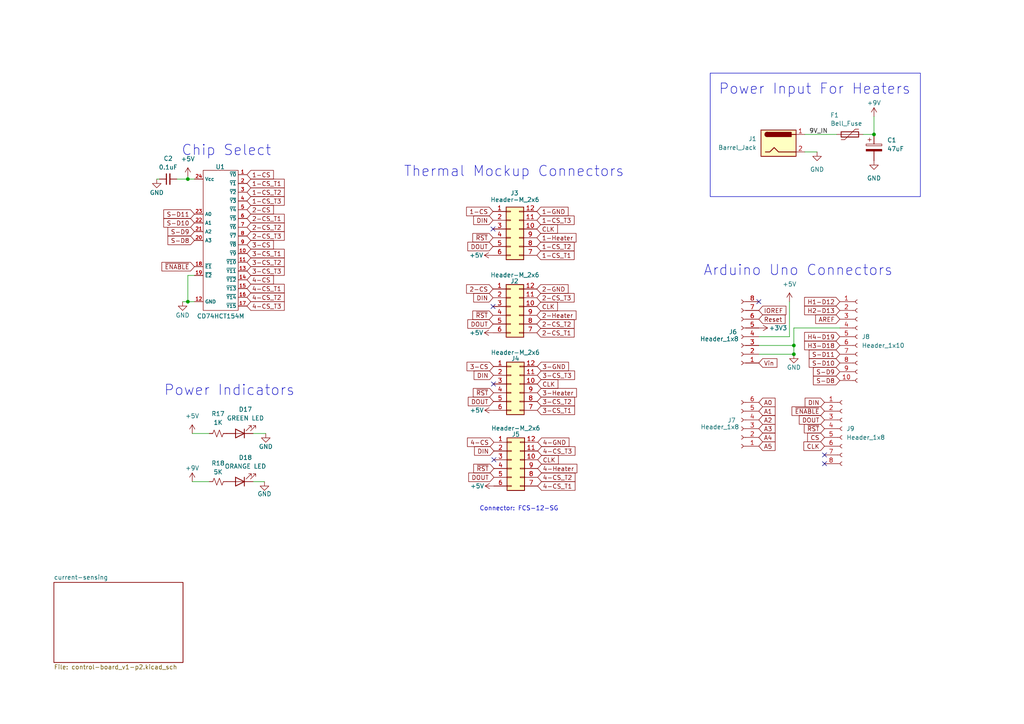
<source format=kicad_sch>
(kicad_sch (version 20230121) (generator eeschema)
  (paper "A4")
  (lib_symbols
    (symbol "Connector:Barrel_Jack" (pin_names (offset 1.016))
      (property "Reference" "J" (at 0 5.334 0))
      (property "Value" "Barrel_Jack" (at 0 -5.08 0))
      (symbol "Barrel_Jack_0_1"
        (rectangle (start -5.08 3.81) (end 5.08 -3.81) (stroke (width 0.254)) (fill (type background)))
        (arc (start -3.302 3.175) (mid -3.9343 2.54) (end -3.302 1.905) (stroke (width 0.254)))
        (arc (start -3.302 3.175) (mid -3.9343 2.54) (end -3.302 1.905) (stroke (width 0.254)) (fill (type outline)))
        (polyline (pts (xy 5.08 2.54) (xy 3.81 2.54)) (stroke (width 0.254)))
        (polyline (pts (xy -3.81 -2.54) (xy -2.54 -2.54) (xy -1.27 -1.27) (xy 0 -2.54) (xy 2.54 -2.54) (xy 5.08 -2.54)) (stroke (width 0.254)))
        (rectangle (start 3.683 3.175) (end -3.302 1.905) (stroke (width 0.254)) (fill (type outline)))
      )
      (symbol "Barrel_Jack_1_1"
        (pin passive line (at 7.62 2.54 180) (length 2.54) (name "~") (number "1"))
        (pin passive line (at 7.62 -2.54 180) (length 2.54) (name "~") (number "2"))
      )
    )
    (symbol "Connector:Conn_01x06_Socket" (pin_names (offset 1.016) hide)
      (property "Reference" "J" (at 0 7.62 0))
      (property "Value" "Conn_01x06_Socket" (at 0 -10.16 0))
      (symbol "Conn_01x06_Socket_1_1"
        (arc (start 0 -7.112) (mid -0.5058 -7.62) (end 0 -8.128) (stroke (width 0.1524)))
        (arc (start 0 -4.572) (mid -0.5058 -5.08) (end 0 -5.588) (stroke (width 0.1524)))
        (arc (start 0 -2.032) (mid -0.5058 -2.54) (end 0 -3.048) (stroke (width 0.1524)))
        (polyline (pts (xy -1.27 -7.62) (xy -0.508 -7.62)) (stroke (width 0.1524)))
        (polyline (pts (xy -1.27 -5.08) (xy -0.508 -5.08)) (stroke (width 0.1524)))
        (polyline (pts (xy -1.27 -2.54) (xy -0.508 -2.54)) (stroke (width 0.1524)))
        (polyline (pts (xy -1.27 0) (xy -0.508 0)) (stroke (width 0.1524)))
        (polyline (pts (xy -1.27 2.54) (xy -0.508 2.54)) (stroke (width 0.1524)))
        (polyline (pts (xy -1.27 5.08) (xy -0.508 5.08)) (stroke (width 0.1524)))
        (arc (start 0 0.508) (mid -0.5058 0) (end 0 -0.508) (stroke (width 0.1524)))
        (arc (start 0 3.048) (mid -0.5058 2.54) (end 0 2.032) (stroke (width 0.1524)))
        (arc (start 0 5.588) (mid -0.5058 5.08) (end 0 4.572) (stroke (width 0.1524)))
        (pin passive line (at -5.08 5.08 0) (length 3.81) (name "Pin_1") (number "1"))
        (pin passive line (at -5.08 2.54 0) (length 3.81) (name "Pin_2") (number "2"))
        (pin passive line (at -5.08 0 0) (length 3.81) (name "Pin_3") (number "3"))
        (pin passive line (at -5.08 -2.54 0) (length 3.81) (name "Pin_4") (number "4"))
        (pin passive line (at -5.08 -5.08 0) (length 3.81) (name "Pin_5") (number "5"))
        (pin passive line (at -5.08 -7.62 0) (length 3.81) (name "Pin_6") (number "6"))
      )
    )
    (symbol "Connector:Conn_01x08_Socket" (pin_names (offset 1.016) hide)
      (property "Reference" "J" (at 0 10.16 0))
      (property "Value" "Conn_01x08_Socket" (at 0 -12.7 0))
      (symbol "Conn_01x08_Socket_1_1"
        (arc (start 0 -9.652) (mid -0.5058 -10.16) (end 0 -10.668) (stroke (width 0.1524)))
        (arc (start 0 -7.112) (mid -0.5058 -7.62) (end 0 -8.128) (stroke (width 0.1524)))
        (arc (start 0 -4.572) (mid -0.5058 -5.08) (end 0 -5.588) (stroke (width 0.1524)))
        (arc (start 0 -2.032) (mid -0.5058 -2.54) (end 0 -3.048) (stroke (width 0.1524)))
        (polyline (pts (xy -1.27 -10.16) (xy -0.508 -10.16)) (stroke (width 0.1524)))
        (polyline (pts (xy -1.27 -7.62) (xy -0.508 -7.62)) (stroke (width 0.1524)))
        (polyline (pts (xy -1.27 -5.08) (xy -0.508 -5.08)) (stroke (width 0.1524)))
        (polyline (pts (xy -1.27 -2.54) (xy -0.508 -2.54)) (stroke (width 0.1524)))
        (polyline (pts (xy -1.27 0) (xy -0.508 0)) (stroke (width 0.1524)))
        (polyline (pts (xy -1.27 2.54) (xy -0.508 2.54)) (stroke (width 0.1524)))
        (polyline (pts (xy -1.27 5.08) (xy -0.508 5.08)) (stroke (width 0.1524)))
        (polyline (pts (xy -1.27 7.62) (xy -0.508 7.62)) (stroke (width 0.1524)))
        (arc (start 0 0.508) (mid -0.5058 0) (end 0 -0.508) (stroke (width 0.1524)))
        (arc (start 0 3.048) (mid -0.5058 2.54) (end 0 2.032) (stroke (width 0.1524)))
        (arc (start 0 5.588) (mid -0.5058 5.08) (end 0 4.572) (stroke (width 0.1524)))
        (arc (start 0 8.128) (mid -0.5058 7.62) (end 0 7.112) (stroke (width 0.1524)))
        (pin passive line (at -5.08 7.62 0) (length 3.81) (name "Pin_1") (number "1"))
        (pin passive line (at -5.08 5.08 0) (length 3.81) (name "Pin_2") (number "2"))
        (pin passive line (at -5.08 2.54 0) (length 3.81) (name "Pin_3") (number "3"))
        (pin passive line (at -5.08 0 0) (length 3.81) (name "Pin_4") (number "4"))
        (pin passive line (at -5.08 -2.54 0) (length 3.81) (name "Pin_5") (number "5"))
        (pin passive line (at -5.08 -5.08 0) (length 3.81) (name "Pin_6") (number "6"))
        (pin passive line (at -5.08 -7.62 0) (length 3.81) (name "Pin_7") (number "7"))
        (pin passive line (at -5.08 -10.16 0) (length 3.81) (name "Pin_8") (number "8"))
      )
    )
    (symbol "Connector:Conn_01x10_Socket" (pin_names (offset 1.016) hide)
      (property "Reference" "J" (at 0 12.7 0))
      (property "Value" "Conn_01x10_Socket" (at 0 -15.24 0))
      (symbol "Conn_01x10_Socket_1_1"
        (arc (start 0 -12.192) (mid -0.5058 -12.7) (end 0 -13.208) (stroke (width 0.1524)))
        (arc (start 0 -9.652) (mid -0.5058 -10.16) (end 0 -10.668) (stroke (width 0.1524)))
        (arc (start 0 -7.112) (mid -0.5058 -7.62) (end 0 -8.128) (stroke (width 0.1524)))
        (arc (start 0 -4.572) (mid -0.5058 -5.08) (end 0 -5.588) (stroke (width 0.1524)))
        (arc (start 0 -2.032) (mid -0.5058 -2.54) (end 0 -3.048) (stroke (width 0.1524)))
        (polyline (pts (xy -1.27 -12.7) (xy -0.508 -12.7)) (stroke (width 0.1524)))
        (polyline (pts (xy -1.27 -10.16) (xy -0.508 -10.16)) (stroke (width 0.1524)))
        (polyline (pts (xy -1.27 -7.62) (xy -0.508 -7.62)) (stroke (width 0.1524)))
        (polyline (pts (xy -1.27 -5.08) (xy -0.508 -5.08)) (stroke (width 0.1524)))
        (polyline (pts (xy -1.27 -2.54) (xy -0.508 -2.54)) (stroke (width 0.1524)))
        (polyline (pts (xy -1.27 0) (xy -0.508 0)) (stroke (width 0.1524)))
        (polyline (pts (xy -1.27 2.54) (xy -0.508 2.54)) (stroke (width 0.1524)))
        (polyline (pts (xy -1.27 5.08) (xy -0.508 5.08)) (stroke (width 0.1524)))
        (polyline (pts (xy -1.27 7.62) (xy -0.508 7.62)) (stroke (width 0.1524)))
        (polyline (pts (xy -1.27 10.16) (xy -0.508 10.16)) (stroke (width 0.1524)))
        (arc (start 0 0.508) (mid -0.5058 0) (end 0 -0.508) (stroke (width 0.1524)))
        (arc (start 0 3.048) (mid -0.5058 2.54) (end 0 2.032) (stroke (width 0.1524)))
        (arc (start 0 5.588) (mid -0.5058 5.08) (end 0 4.572) (stroke (width 0.1524)))
        (arc (start 0 8.128) (mid -0.5058 7.62) (end 0 7.112) (stroke (width 0.1524)))
        (arc (start 0 10.668) (mid -0.5058 10.16) (end 0 9.652) (stroke (width 0.1524)))
        (pin passive line (at -5.08 10.16 0) (length 3.81) (name "Pin_1") (number "1"))
        (pin passive line (at -5.08 -12.7 0) (length 3.81) (name "Pin_10") (number "10"))
        (pin passive line (at -5.08 7.62 0) (length 3.81) (name "Pin_2") (number "2"))
        (pin passive line (at -5.08 5.08 0) (length 3.81) (name "Pin_3") (number "3"))
        (pin passive line (at -5.08 2.54 0) (length 3.81) (name "Pin_4") (number "4"))
        (pin passive line (at -5.08 0 0) (length 3.81) (name "Pin_5") (number "5"))
        (pin passive line (at -5.08 -2.54 0) (length 3.81) (name "Pin_6") (number "6"))
        (pin passive line (at -5.08 -5.08 0) (length 3.81) (name "Pin_7") (number "7"))
        (pin passive line (at -5.08 -7.62 0) (length 3.81) (name "Pin_8") (number "8"))
        (pin passive line (at -5.08 -10.16 0) (length 3.81) (name "Pin_9") (number "9"))
      )
    )
    (symbol "Connector_Generic:Conn_02x06_Counter_Clockwise" (pin_names (offset 1.016) hide)
      (property "Reference" "J" (at 1.27 7.62 0))
      (property "Value" "Conn_02x06_Counter_Clockwise" (at 1.27 -10.16 0))
      (symbol "Conn_02x06_Counter_Clockwise_1_1"
        (rectangle (start -1.27 -7.493) (end 0 -7.747) (stroke (width 0.1524)))
        (rectangle (start -1.27 -4.953) (end 0 -5.207) (stroke (width 0.1524)))
        (rectangle (start -1.27 -2.413) (end 0 -2.667) (stroke (width 0.1524)))
        (rectangle (start -1.27 0.127) (end 0 -0.127) (stroke (width 0.1524)))
        (rectangle (start -1.27 2.667) (end 0 2.413) (stroke (width 0.1524)))
        (rectangle (start -1.27 5.207) (end 0 4.953) (stroke (width 0.1524)))
        (rectangle (start -1.27 6.35) (end 3.81 -8.89) (stroke (width 0.254)) (fill (type background)))
        (rectangle (start 3.81 -7.493) (end 2.54 -7.747) (stroke (width 0.1524)))
        (rectangle (start 3.81 -4.953) (end 2.54 -5.207) (stroke (width 0.1524)))
        (rectangle (start 3.81 -2.413) (end 2.54 -2.667) (stroke (width 0.1524)))
        (rectangle (start 3.81 0.127) (end 2.54 -0.127) (stroke (width 0.1524)))
        (rectangle (start 3.81 2.667) (end 2.54 2.413) (stroke (width 0.1524)))
        (rectangle (start 3.81 5.207) (end 2.54 4.953) (stroke (width 0.1524)))
        (pin passive line (at -5.08 5.08 0) (length 3.81) (name "Pin_1") (number "1"))
        (pin passive line (at 7.62 0 180) (length 3.81) (name "Pin_10") (number "10"))
        (pin passive line (at 7.62 2.54 180) (length 3.81) (name "Pin_11") (number "11"))
        (pin passive line (at 7.62 5.08 180) (length 3.81) (name "Pin_12") (number "12"))
        (pin passive line (at -5.08 2.54 0) (length 3.81) (name "Pin_2") (number "2"))
        (pin passive line (at -5.08 0 0) (length 3.81) (name "Pin_3") (number "3"))
        (pin passive line (at -5.08 -2.54 0) (length 3.81) (name "Pin_4") (number "4"))
        (pin passive line (at -5.08 -5.08 0) (length 3.81) (name "Pin_5") (number "5"))
        (pin passive line (at -5.08 -7.62 0) (length 3.81) (name "Pin_6") (number "6"))
        (pin passive line (at 7.62 -7.62 180) (length 3.81) (name "Pin_7") (number "7"))
        (pin passive line (at 7.62 -5.08 180) (length 3.81) (name "Pin_8") (number "8"))
        (pin passive line (at 7.62 -2.54 180) (length 3.81) (name "Pin_9") (number "9"))
      )
    )
    (symbol "Device:CD74HCT154M"
      (property "Reference" "U" (at 0 21.59 0))
      (symbol "CD74HCT154M_0_1"
        (rectangle (start -5.08 20.32) (end 5.08 -20.32))
      )
      (symbol "CD74HCT154M_1_1"
        (pin input line (at 7.62 19.05 180) (length 2.54) (name "~{Y0}") (number "1"))
        (pin input line (at 7.62 -3.81 180) (length 2.54) (name "~{Y9}") (number "10"))
        (pin input line (at 7.62 -6.35 180) (length 2.54) (name "~{Y10}") (number "11"))
        (pin input line (at -7.62 -17.78 0) (length 2.54) (name "GND") (number "12"))
        (pin input line (at 7.62 -8.89 180) (length 2.54) (name "~{Y11}") (number "13"))
        (pin input line (at 7.62 -11.43 180) (length 2.54) (name "~{Y12}") (number "14"))
        (pin input line (at 7.62 -13.97 180) (length 2.54) (name "~{Y13}") (number "15"))
        (pin input line (at 7.62 -16.51 180) (length 2.54) (name "~{Y14}") (number "16"))
        (pin input line (at 7.62 -19.05 180) (length 2.54) (name "~{Y15}") (number "17"))
        (pin input line (at -7.62 -7.62 0) (length 2.54) (name "~{E1}") (number "18"))
        (pin input line (at -7.62 -10.16 0) (length 2.54) (name "~{E2}") (number "19"))
        (pin input line (at 7.62 16.51 180) (length 2.54) (name "~{Y1}") (number "2"))
        (pin input line (at -7.62 0 0) (length 2.54) (name "A3") (number "20"))
        (pin input line (at -7.62 2.54 0) (length 2.54) (name "A2") (number "21"))
        (pin input line (at -7.62 5.08 0) (length 2.54) (name "A1") (number "22"))
        (pin input line (at -7.62 7.62 0) (length 2.54) (name "A0") (number "23"))
        (pin input line (at -7.62 17.78 0) (length 2.54) (name "Vcc") (number "24"))
        (pin input line (at 7.62 13.97 180) (length 2.54) (name "~{Y2}") (number "3"))
        (pin input line (at 7.62 11.43 180) (length 2.54) (name "~{Y3}") (number "4"))
        (pin input line (at 7.62 8.89 180) (length 2.54) (name "~{Y4}") (number "5"))
        (pin input line (at 7.62 6.35 180) (length 2.54) (name "~{Y5}") (number "6"))
        (pin input line (at 7.62 3.81 180) (length 2.54) (name "~{Y6}") (number "7"))
        (pin input line (at 7.62 1.27 180) (length 2.54) (name "~{Y7}") (number "8"))
        (pin input line (at 7.62 -1.27 180) (length 2.54) (name "~{Y8}") (number "9"))
      )
    )
    (symbol "Device:C_Polarized" (pin_numbers hide) (pin_names (offset 0.254))
      (property "Reference" "C" (at 0.635 2.54 0))
      (property "Value" "C_Polarized" (at 0.635 -2.54 0))
      (symbol "C_Polarized_0_1"
        (rectangle (start -2.286 0.508) (end 2.286 1.016))
        (polyline (pts (xy -1.778 2.286) (xy -0.762 2.286)))
        (polyline (pts (xy -1.27 2.794) (xy -1.27 1.778)))
        (rectangle (start 2.286 -0.508) (end -2.286 -1.016) (fill (type outline)))
      )
      (symbol "C_Polarized_1_1"
        (pin passive line (at 0 3.81 270) (length 2.794) (name "~") (number "1"))
        (pin passive line (at 0 -3.81 90) (length 2.794) (name "~") (number "2"))
      )
    )
    (symbol "Device:C_Small" (pin_numbers hide) (pin_names (offset 0.254) hide)
      (property "Reference" "C" (at 0.254 1.778 0))
      (property "Value" "C_Small" (at 0.254 -2.032 0))
      (symbol "C_Small_0_1"
        (polyline (pts (xy -1.524 -0.508) (xy 1.524 -0.508)) (stroke (width 0.3302)))
        (polyline (pts (xy -1.524 0.508) (xy 1.524 0.508)) (stroke (width 0.3048)))
      )
      (symbol "C_Small_1_1"
        (pin passive line (at 0 2.54 270) (length 2.032) (name "~") (number "1"))
        (pin passive line (at 0 -2.54 90) (length 2.032) (name "~") (number "2"))
      )
    )
    (symbol "Device:LED" (pin_numbers hide) (pin_names (offset 1.016) hide)
      (property "Reference" "D" (at 0 2.54 0))
      (property "Value" "LED" (at 0 -2.54 0))
      (symbol "LED_0_1"
        (polyline (pts (xy -1.27 -1.27) (xy -1.27 1.27)) (stroke (width 0.254)))
        (polyline (pts (xy -1.27 0) (xy 1.27 0)))
        (polyline (pts (xy 1.27 -1.27) (xy 1.27 1.27) (xy -1.27 0) (xy 1.27 -1.27)) (stroke (width 0.254)))
        (polyline (pts (xy -3.048 -0.762) (xy -4.572 -2.286) (xy -3.81 -2.286) (xy -4.572 -2.286) (xy -4.572 -1.524)))
        (polyline (pts (xy -1.778 -0.762) (xy -3.302 -2.286) (xy -2.54 -2.286) (xy -3.302 -2.286) (xy -3.302 -1.524)))
      )
      (symbol "LED_1_1"
        (pin passive line (at -3.81 0 0) (length 2.54) (name "K") (number "1"))
        (pin passive line (at 3.81 0 180) (length 2.54) (name "A") (number "2"))
      )
    )
    (symbol "Device:Polyfuse" (pin_numbers hide) (pin_names (offset 0))
      (property "Reference" "F" (at -2.54 0 90))
      (property "Value" "Polyfuse" (at 2.54 0 90))
      (symbol "Polyfuse_0_1"
        (rectangle (start -0.762 2.54) (end 0.762 -2.54) (stroke (width 0.254)))
        (polyline (pts (xy 0 2.54) (xy 0 -2.54)))
        (polyline (pts (xy -1.524 2.54) (xy -1.524 1.524) (xy 1.524 -1.524) (xy 1.524 -2.54)))
      )
      (symbol "Polyfuse_1_1"
        (pin passive line (at 0 3.81 270) (length 1.27) (name "~") (number "1"))
        (pin passive line (at 0 -3.81 90) (length 1.27) (name "~") (number "2"))
      )
    )
    (symbol "Device:R_Small_US" (pin_numbers hide) (pin_names (offset 0.254) hide)
      (property "Reference" "R" (at 0.762 0.508 0))
      (property "Value" "R_Small_US" (at 0.762 -1.016 0))
      (symbol "R_Small_US_1_1"
        (polyline (pts (xy 0 0) (xy 1.016 -0.381) (xy 0 -0.762) (xy -1.016 -1.143) (xy 0 -1.524)))
        (polyline (pts (xy 0 1.524) (xy 1.016 1.143) (xy 0 0.762) (xy -1.016 0.381) (xy 0 0)))
        (pin passive line (at 0 2.54 270) (length 1.016) (name "~") (number "1"))
        (pin passive line (at 0 -2.54 90) (length 1.016) (name "~") (number "2"))
      )
    )
    (symbol "power:+3V3" (power) (pin_names (offset 0))
      (property "Value" "+3V3" (at 0 3.556 0))
      (symbol "+3V3_0_1"
        (polyline (pts (xy -0.762 1.27) (xy 0 2.54)))
        (polyline (pts (xy 0 0) (xy 0 2.54)))
        (polyline (pts (xy 0 2.54) (xy 0.762 1.27)))
      )
      (symbol "+3V3_1_1"
        (pin power_in line (at 0 0 90) (length 0) hide (name "+3V3") (number "1"))
      )
    )
    (symbol "power:+5V" (power) (pin_names (offset 0))
      (property "Value" "+5V" (at 0 3.556 0))
      (symbol "+5V_0_1"
        (polyline (pts (xy -0.762 1.27) (xy 0 2.54)))
        (polyline (pts (xy 0 0) (xy 0 2.54)))
        (polyline (pts (xy 0 2.54) (xy 0.762 1.27)))
      )
      (symbol "+5V_1_1"
        (pin power_in line (at 0 0 90) (length 0) hide (name "+5V") (number "1"))
      )
    )
    (symbol "power:+9V" (power) (pin_names (offset 0))
      (property "Value" "+9V" (at 0 3.556 0))
      (symbol "+9V_0_1"
        (polyline (pts (xy -0.762 1.27) (xy 0 2.54)))
        (polyline (pts (xy 0 0) (xy 0 2.54)))
        (polyline (pts (xy 0 2.54) (xy 0.762 1.27)))
      )
      (symbol "+9V_1_1"
        (pin power_in line (at 0 0 90) (length 0) hide (name "+9V") (number "1"))
      )
    )
    (symbol "power:GND" (power) (pin_names (offset 0))
      (property "Value" "GND" (at 0 -3.81 0))
      (symbol "GND_0_1"
        (polyline (pts (xy 0 0) (xy 0 -1.27) (xy 1.27 -1.27) (xy 0 -2.54) (xy -1.27 -1.27) (xy 0 -1.27)))
      )
      (symbol "GND_1_1"
        (pin power_in line (at 0 0 270) (length 0) hide (name "GND") (number "1"))
      )
    )
  )
  (junction (at 253.492 38.989))
  (junction (at 230.251 100.203))
  (junction (at 54.483 87.503))
  (junction (at 230.251 102.743))
  (junction (at 54.483 51.943))
  (no_connect (at 220.091 87.503))
  (no_connect (at 143.002 66.421))
  (no_connect (at 143.129 111.379))
  (no_connect (at 239.141 134.493))
  (no_connect (at 143.256 133.35))
  (no_connect (at 143.002 88.9))
  (no_connect (at 239.141 131.953))
  (wire (pts (xy 46.228 51.943) (xy 45.466 51.943)))
  (wire (pts (xy 76.708 139.7) (xy 73.406 139.7)))
  (wire (pts (xy 54.483 79.883) (xy 56.388 79.883)))
  (wire (pts (xy 233.426 44.069) (xy 236.982 44.069)))
  (wire (pts (xy 220.091 97.663) (xy 228.981 97.663)))
  (wire (pts (xy 55.753 125.73) (xy 60.706 125.73)))
  (wire (pts (xy 228.981 87.503) (xy 228.981 97.663)))
  (wire (pts (xy 77.089 125.73) (xy 73.406 125.73)))
  (wire (pts (xy 220.091 100.203) (xy 230.251 100.203)))
  (wire (pts (xy 54.483 51.943) (xy 56.388 51.943)))
  (wire (pts (xy 52.959 87.503) (xy 54.483 87.503)))
  (wire (pts (xy 220.091 102.743) (xy 230.251 102.743)))
  (wire (pts (xy 233.426 38.989) (xy 242.697 38.989)))
  (wire (pts (xy 54.483 79.883) (xy 54.483 87.503)))
  (wire (pts (xy 230.251 102.743) (xy 230.251 100.203)))
  (wire (pts (xy 51.308 51.943) (xy 54.483 51.943)))
  (wire (pts (xy 54.483 87.503) (xy 56.388 87.503)))
  (wire (pts (xy 54.483 51.181) (xy 54.483 51.943)))
  (wire (pts (xy 250.317 38.989) (xy 253.492 38.989)))
  (wire (pts (xy 230.251 100.203) (xy 230.251 95.123)))
  (wire (pts (xy 230.251 95.123) (xy 243.586 95.123)))
  (wire (pts (xy 253.492 33.782) (xy 253.492 38.989)))
  (wire (pts (xy 55.753 139.7) (xy 60.706 139.7)))
  (rectangle (start 205.994 21.209) (end 266.954 57.023))
  (text "Power Input For Heaters" (at 208.407 27.686 0) (effects (font (size 3 3)) (justify left bottom)))
  (text "Power Indicators" (at 47.498 115.062 0) (effects (font (size 3 3)) (justify left bottom)))
  (text "Thermal Mockup Connectors" (at 181.102 51.562 0) (effects (font (size 3 3)) (justify right bottom)))
  (text "Chip Select" (at 52.578 45.466 0) (effects (font (size 3 3)) (justify left bottom)))
  (text "Arduino Uno Connectors" (at 203.962 80.264 0) (effects (font (size 3 3)) (justify left bottom)))
  (text "Connector: FCS-12-SG" (at 139.065 148.336 0) (effects (font (size 1.27 1.27)) (justify left bottom)))
  (label "9V_IN" (at 234.696 38.989 0))
  (global_label "DIN" (shape input) (at 143.002 86.36 180) (property "Intersheetrefs" "${INTERSHEET_REFS}" (effects hide)))
  (global_label "A0" (shape input) (at 220.091 116.713 0) (property "Intersheetrefs" "${INTERSHEET_REFS}" (effects hide)))
  (global_label "S-D9" (shape input) (at 243.586 107.823 180) (property "Intersheetrefs" "${INTERSHEET_REFS}" (effects hide)))
  (global_label "H3-D18" (shape input) (at 243.586 100.203 180) (property "Intersheetrefs" "${INTERSHEET_REFS}" (effects hide)))
  (global_label "CLK" (shape input) (at 155.702 88.9 0) (property "Intersheetrefs" "${INTERSHEET_REFS}" (effects hide)))
  (global_label "1-GND" (shape input) (at 155.702 61.341 0) (property "Intersheetrefs" "${INTERSHEET_REFS}" (effects hide)))
  (global_label "2-CS_T2" (shape input) (at 155.702 93.98 0) (property "Intersheetrefs" "${INTERSHEET_REFS}" (effects hide)))
  (global_label "CLK" (shape input) (at 155.702 66.421 0) (property "Intersheetrefs" "${INTERSHEET_REFS}" (effects hide)))
  (global_label "3-CS_T2" (shape input) (at 155.829 116.459 0) (property "Intersheetrefs" "${INTERSHEET_REFS}" (effects hide)))
  (global_label "DOUT" (shape input) (at 143.256 138.43 180) (property "Intersheetrefs" "${INTERSHEET_REFS}" (effects hide)))
  (global_label "4-CS" (shape input) (at 71.628 81.153 0) (property "Intersheetrefs" "${INTERSHEET_REFS}" (effects hide)))
  (global_label "1-CS_T1" (shape input) (at 155.702 74.041 0) (property "Intersheetrefs" "${INTERSHEET_REFS}" (effects hide)))
  (global_label "DOUT" (shape input) (at 143.129 116.459 180) (property "Intersheetrefs" "${INTERSHEET_REFS}" (effects hide)))
  (global_label "Reset" (shape input) (at 220.091 92.583 0) (property "Intersheetrefs" "${INTERSHEET_REFS}" (effects hide)))
  (global_label "A2" (shape input) (at 220.091 121.793 0) (property "Intersheetrefs" "${INTERSHEET_REFS}" (effects hide)))
  (global_label "CLK" (shape input) (at 155.829 111.379 0) (property "Intersheetrefs" "${INTERSHEET_REFS}" (effects hide)))
  (global_label "3-CS_T2" (shape input) (at 71.628 76.073 0) (property "Intersheetrefs" "${INTERSHEET_REFS}" (effects hide)))
  (global_label "A1" (shape input) (at 220.091 119.253 0) (property "Intersheetrefs" "${INTERSHEET_REFS}" (effects hide)))
  (global_label "DOUT" (shape input) (at 143.002 71.501 180) (property "Intersheetrefs" "${INTERSHEET_REFS}" (effects hide)))
  (global_label "~{ENABLE}" (shape input) (at 239.141 119.253 180) (property "Intersheetrefs" "${INTERSHEET_REFS}" (effects hide)))
  (global_label "S-D9" (shape input) (at 56.388 67.183 180) (property "Intersheetrefs" "${INTERSHEET_REFS}" (effects hide)))
  (global_label "S-D8" (shape input) (at 243.586 110.363 180) (property "Intersheetrefs" "${INTERSHEET_REFS}" (effects hide)))
  (global_label "DIN" (shape input) (at 143.256 130.81 180) (property "Intersheetrefs" "${INTERSHEET_REFS}" (effects hide)))
  (global_label "3-CS" (shape input) (at 143.129 106.299 180) (property "Intersheetrefs" "${INTERSHEET_REFS}" (effects hide)))
  (global_label "2-Heater" (shape input) (at 155.702 91.44 0) (property "Intersheetrefs" "${INTERSHEET_REFS}" (effects hide)))
  (global_label "1-CS_T3" (shape input) (at 71.628 58.293 0) (property "Intersheetrefs" "${INTERSHEET_REFS}" (effects hide)))
  (global_label "4-GND" (shape input) (at 155.956 128.27 0) (property "Intersheetrefs" "${INTERSHEET_REFS}" (effects hide)))
  (global_label "1-CS" (shape input) (at 71.628 50.673 0) (property "Intersheetrefs" "${INTERSHEET_REFS}" (effects hide)))
  (global_label "A4" (shape input) (at 220.091 126.873 0) (property "Intersheetrefs" "${INTERSHEET_REFS}" (effects hide)))
  (global_label "1-Heater" (shape input) (at 155.702 68.961 0) (property "Intersheetrefs" "${INTERSHEET_REFS}" (effects hide)))
  (global_label "1-CS_T1" (shape input) (at 71.628 53.213 0) (property "Intersheetrefs" "${INTERSHEET_REFS}" (effects hide)))
  (global_label "4-CS_T2" (shape input) (at 71.628 86.233 0) (property "Intersheetrefs" "${INTERSHEET_REFS}" (effects hide)))
  (global_label "4-Heater" (shape input) (at 155.956 135.89 0) (property "Intersheetrefs" "${INTERSHEET_REFS}" (effects hide)))
  (global_label "~{RST}" (shape input) (at 143.002 68.961 180) (property "Intersheetrefs" "${INTERSHEET_REFS}" (effects hide)))
  (global_label "4-CS_T1" (shape input) (at 71.628 83.693 0) (property "Intersheetrefs" "${INTERSHEET_REFS}" (effects hide)))
  (global_label "A3" (shape input) (at 220.091 124.333 0) (property "Intersheetrefs" "${INTERSHEET_REFS}" (effects hide)))
  (global_label "DIN" (shape input) (at 143.129 108.839 180) (property "Intersheetrefs" "${INTERSHEET_REFS}" (effects hide)))
  (global_label "H1-D12" (shape input) (at 243.586 87.503 180) (property "Intersheetrefs" "${INTERSHEET_REFS}" (effects hide)))
  (global_label "S-D8" (shape input) (at 56.388 69.723 180) (property "Intersheetrefs" "${INTERSHEET_REFS}" (effects hide)))
  (global_label "S-D10" (shape input) (at 243.586 105.283 180) (property "Intersheetrefs" "${INTERSHEET_REFS}" (effects hide)))
  (global_label "2-CS_T3" (shape input) (at 71.628 68.453 0) (property "Intersheetrefs" "${INTERSHEET_REFS}" (effects hide)))
  (global_label "~{RST}" (shape input) (at 143.129 113.919 180) (property "Intersheetrefs" "${INTERSHEET_REFS}" (effects hide)))
  (global_label "2-CS_T3" (shape input) (at 155.702 86.36 0) (property "Intersheetrefs" "${INTERSHEET_REFS}" (effects hide)))
  (global_label "A5" (shape input) (at 220.091 129.413 0) (property "Intersheetrefs" "${INTERSHEET_REFS}" (effects hide)))
  (global_label "S-D11" (shape input) (at 56.388 62.103 180) (property "Intersheetrefs" "${INTERSHEET_REFS}" (effects hide)))
  (global_label "2-CS_T1" (shape input) (at 71.628 63.373 0) (property "Intersheetrefs" "${INTERSHEET_REFS}" (effects hide)))
  (global_label "~{RST}" (shape input) (at 239.141 124.333 180) (property "Intersheetrefs" "${INTERSHEET_REFS}" (effects hide)))
  (global_label "DOUT" (shape input) (at 239.141 121.793 180) (property "Intersheetrefs" "${INTERSHEET_REFS}" (effects hide)))
  (global_label "3-CS_T1" (shape input) (at 155.829 118.999 0) (property "Intersheetrefs" "${INTERSHEET_REFS}" (effects hide)))
  (global_label "CS" (shape input) (at 239.141 126.873 180) (property "Intersheetrefs" "${INTERSHEET_REFS}" (effects hide)))
  (global_label "3-CS_T1" (shape input) (at 71.628 73.533 0) (property "Intersheetrefs" "${INTERSHEET_REFS}" (effects hide)))
  (global_label "1-CS_T3" (shape input) (at 155.702 63.881 0) (property "Intersheetrefs" "${INTERSHEET_REFS}" (effects hide)))
  (global_label "Vin" (shape input) (at 220.091 105.283 0) (property "Intersheetrefs" "${INTERSHEET_REFS}" (effects hide)))
  (global_label "H2-D13" (shape input) (at 243.586 90.043 180) (property "Intersheetrefs" "${INTERSHEET_REFS}" (effects hide)))
  (global_label "CLK" (shape input) (at 239.141 129.413 180) (property "Intersheetrefs" "${INTERSHEET_REFS}" (effects hide)))
  (global_label "3-CS_T3" (shape input) (at 71.628 78.613 0) (property "Intersheetrefs" "${INTERSHEET_REFS}" (effects hide)))
  (global_label "DIN" (shape input) (at 143.002 63.881 180) (property "Intersheetrefs" "${INTERSHEET_REFS}" (effects hide)))
  (global_label "H4-D19" (shape input) (at 243.586 97.663 180) (property "Intersheetrefs" "${INTERSHEET_REFS}" (effects hide)))
  (global_label "4-CS" (shape input) (at 143.256 128.27 180) (property "Intersheetrefs" "${INTERSHEET_REFS}" (effects hide)))
  (global_label "4-CS_T3" (shape input) (at 155.956 130.81 0) (property "Intersheetrefs" "${INTERSHEET_REFS}" (effects hide)))
  (global_label "4-CS_T2" (shape input) (at 155.956 138.43 0) (property "Intersheetrefs" "${INTERSHEET_REFS}" (effects hide)))
  (global_label "3-CS_T3" (shape input) (at 155.829 108.839 0) (property "Intersheetrefs" "${INTERSHEET_REFS}" (effects hide)))
  (global_label "3-GND" (shape input) (at 155.829 106.299 0) (property "Intersheetrefs" "${INTERSHEET_REFS}" (effects hide)))
  (global_label "1-CS_T2" (shape input) (at 155.702 71.501 0) (property "Intersheetrefs" "${INTERSHEET_REFS}" (effects hide)))
  (global_label "S-D11" (shape input) (at 243.586 102.743 180) (property "Intersheetrefs" "${INTERSHEET_REFS}" (effects hide)))
  (global_label "2-CS_T1" (shape input) (at 155.702 96.52 0) (property "Intersheetrefs" "${INTERSHEET_REFS}" (effects hide)))
  (global_label "4-CS_T1" (shape input) (at 155.956 140.97 0) (property "Intersheetrefs" "${INTERSHEET_REFS}" (effects hide)))
  (global_label "CLK" (shape input) (at 155.956 133.35 0) (property "Intersheetrefs" "${INTERSHEET_REFS}" (effects hide)))
  (global_label "2-CS" (shape input) (at 71.628 60.833 0) (property "Intersheetrefs" "${INTERSHEET_REFS}" (effects hide)))
  (global_label "~{RST}" (shape input) (at 143.256 135.89 180) (property "Intersheetrefs" "${INTERSHEET_REFS}" (effects hide)))
  (global_label "S-D10" (shape input) (at 56.388 64.643 180) (property "Intersheetrefs" "${INTERSHEET_REFS}" (effects hide)))
  (global_label "DIN" (shape input) (at 239.141 116.713 180) (property "Intersheetrefs" "${INTERSHEET_REFS}" (effects hide)))
  (global_label "1-CS" (shape input) (at 143.002 61.341 180) (property "Intersheetrefs" "${INTERSHEET_REFS}" (effects hide)))
  (global_label "~{ENABLE}" (shape input) (at 56.388 77.343 180) (property "Intersheetrefs" "${INTERSHEET_REFS}" (effects hide)))
  (global_label "2-CS" (shape input) (at 143.002 83.82 180) (property "Intersheetrefs" "${INTERSHEET_REFS}" (effects hide)))
  (global_label "AREF" (shape input) (at 243.586 92.583 180) (property "Intersheetrefs" "${INTERSHEET_REFS}" (effects hide)))
  (global_label "1-CS_T2" (shape input) (at 71.628 55.753 0) (property "Intersheetrefs" "${INTERSHEET_REFS}" (effects hide)))
  (global_label "2-CS_T2" (shape input) (at 71.628 65.913 0) (property "Intersheetrefs" "${INTERSHEET_REFS}" (effects hide)))
  (global_label "2-GND" (shape input) (at 155.702 83.82 0) (property "Intersheetrefs" "${INTERSHEET_REFS}" (effects hide)))
  (global_label "DOUT" (shape input) (at 143.002 93.98 180) (property "Intersheetrefs" "${INTERSHEET_REFS}" (effects hide)))
  (global_label "4-CS_T3" (shape input) (at 71.628 88.773 0) (property "Intersheetrefs" "${INTERSHEET_REFS}" (effects hide)))
  (global_label "IOREF" (shape input) (at 220.091 90.043 0) (property "Intersheetrefs" "${INTERSHEET_REFS}" (effects hide)))
  (global_label "3-Heater" (shape input) (at 155.829 113.919 0) (property "Intersheetrefs" "${INTERSHEET_REFS}" (effects hide)))
  (global_label "3-CS" (shape input) (at 71.628 70.993 0) (property "Intersheetrefs" "${INTERSHEET_REFS}" (effects hide)))
  (global_label "~{RST}" (shape input) (at 143.002 91.44 180) (property "Intersheetrefs" "${INTERSHEET_REFS}" (effects hide)))
  (symbol (lib_id "Connector:Conn_01x10_Socket") (at 248.666 97.663 0) (unit 1)
    (property "Reference" "J8" (at 249.936 97.663 0) (effects (justify left)))
    (property "Value" "Header_1x10" (at 249.936 100.203 0) (effects (justify left)))
    (property "Footprint" "Connector_PinHeader_2.54mm:PinHeader_1x10_P2.54mm_Vertical" (effects hide))
    (property "Datasheet" "https://suddendocs.samtec.com/prints/esq-1xx-xx-x-x-xxx-xx-x-xx-mkt.pdf" (effects hide))
    (property "PartNum" "ESQ-110-14-T-S" (effects hide))
  )
  (symbol (lib_id "power:GND") (at 76.708 139.7 0) (unit 1)
    (property "Reference" "#PWR065" (effects hide))
    (property "Value" "GND" (at 76.708 143.256 0))
  )
  (symbol (lib_id "Device:R_Small_US") (at 63.246 139.7 90) (unit 1)
    (property "Reference" "R18" (at 63.246 134.366 90))
    (property "Value" "5K" (at 63.246 136.906 90))
    (property "Footprint" "Resistor_SMD:R_0805_2012Metric" (effects hide))
  )
  (symbol (lib_id "Connector_Generic:Conn_02x06_Counter_Clockwise") (at 148.209 111.379 0) (unit 1)
    (property "Reference" "J4" (at 149.479 104.013 0))
    (property "Value" "Header-M_2x6" (at 149.479 102.235 0))
    (property "Footprint" "Connector_PinHeader_2.54mm:PinHeader_2x06_P2.54mm_Vertical_SMD" (effects hide))
    (property "PartNum" "5-146130-5" (effects hide))
  )
  (symbol (lib_id "Connector:Barrel_Jack") (at 225.806 41.529 0) (unit 1)
    (property "Reference" "J1" (at 219.456 40.259 0) (effects (justify right)))
    (property "Value" "Barrel_Jack" (at 219.456 42.799 0) (effects (justify right)))
    (property "Footprint" "Connector_BarrelJack:BarrelJack_CUI_PJ-063AH_Horizontal" (effects hide))
    (property "Datasheet" "https://www.cuidevices.com/product/resource/pj-063ah.pdf" (effects hide))
    (property "PartNum" "PJ-063AH" (effects hide))
  )
  (symbol (lib_id "power:+9V") (at 253.492 33.782 0) (unit 1)
    (property "Reference" "#PWR02" (effects hide))
    (property "Value" "+9V" (at 253.492 29.845 0))
  )
  (symbol (lib_id "Connector_Generic:Conn_02x06_Counter_Clockwise") (at 148.336 133.35 0) (unit 1)
    (property "Reference" "J5" (at 149.606 125.984 0))
    (property "Value" "Header-M_2x6" (at 149.606 124.206 0))
    (property "Footprint" "Connector_PinHeader_2.54mm:PinHeader_2x06_P2.54mm_Vertical_SMD" (effects hide))
    (property "PartNum" "5-146130-5" (effects hide))
  )
  (symbol (lib_id "Device:LED") (at 69.596 139.7 180) (unit 1)
    (property "Reference" "D18" (at 71.1835 132.715 0))
    (property "Value" "ORANGE LED" (at 71.1835 135.255 0))
    (property "Footprint" "LED_SMD:LED_0603_1608Metric" (effects hide))
  )
  (symbol (lib_id "power:GND") (at 230.251 102.743 0) (unit 1)
    (property "Reference" "#PWR042" (effects hide))
    (property "Value" "GND" (at 230.251 106.553 0))
  )
  (symbol (lib_id "power:+5V") (at 143.256 140.97 90) (unit 1)
    (property "Reference" "#PWR045" (effects hide))
    (property "Value" "+5V" (at 140.462 140.97 90) (effects (justify left)))
  )
  (symbol (lib_id "power:GND") (at 253.492 46.609 0) (unit 1)
    (property "Reference" "#PWR03" (effects hide))
    (property "Value" "GND" (at 253.492 51.689 0))
  )
  (symbol (lib_id "Device:R_Small_US") (at 63.246 125.73 90) (unit 1)
    (property "Reference" "R17" (at 63.246 120.015 90))
    (property "Value" "1K" (at 63.246 122.555 90))
    (property "Footprint" "Resistor_SMD:R_0805_2012Metric" (effects hide))
  )
  (symbol (lib_id "power:GND") (at 236.982 44.069 0) (unit 1)
    (property "Reference" "#PWR01" (effects hide))
    (property "Value" "GND" (at 236.982 49.149 0))
  )
  (symbol (lib_id "power:+5V") (at 55.753 125.73 0) (unit 1)
    (property "Reference" "#PWR046" (effects hide))
    (property "Value" "+5V" (at 55.753 120.65 0))
  )
  (symbol (lib_id "power:+3V3") (at 220.091 95.123 270) (unit 1)
    (property "Reference" "#PWR039" (effects hide))
    (property "Value" "+3V3" (at 223.012 95.123 90) (effects (justify left)))
  )
  (symbol (lib_id "Connector_Generic:Conn_02x06_Counter_Clockwise") (at 148.082 66.421 0) (unit 1)
    (property "Reference" "J3" (at 149.225 56.007 0))
    (property "Value" "Header-M_2x6" (at 149.352 57.912 0))
    (property "Footprint" "Connector_PinHeader_2.54mm:PinHeader_2x06_P2.54mm_Vertical_SMD" (effects hide))
    (property "Datasheet" "https://www.digikey.com/en/products/detail/adam-tech/PH2-12-UA/9830397" (effects hide))
    (property "PartNum" "5-146130-5" (effects hide))
  )
  (symbol (lib_id "power:+5V") (at 143.129 118.999 90) (unit 1)
    (property "Reference" "#PWR044" (effects hide))
    (property "Value" "+5V" (at 140.335 118.999 90) (effects (justify left)))
  )
  (symbol (lib_id "power:+5V") (at 143.002 74.041 90) (unit 1)
    (property "Reference" "#PWR040" (effects hide))
    (property "Value" "+5V" (at 140.208 74.041 90) (effects (justify left)))
  )
  (symbol (lib_id "power:+9V") (at 55.753 139.7 0) (unit 1)
    (property "Reference" "#PWR063" (effects hide))
    (property "Value" "+9V" (at 55.753 135.763 0))
  )
  (symbol (lib_id "Connector_Generic:Conn_02x06_Counter_Clockwise") (at 148.082 88.9 0) (unit 1)
    (property "Reference" "J2" (at 149.225 81.534 0))
    (property "Value" "Header-M_2x6" (at 149.352 79.756 0))
    (property "Footprint" "Connector_PinHeader_2.54mm:PinHeader_2x06_P2.54mm_Vertical_SMD" (effects hide))
    (property "PartNum" "5-146130-5" (effects hide))
  )
  (symbol (lib_id "Connector:Conn_01x08_Socket") (at 215.011 97.663 180) (unit 1)
    (property "Reference" "J6" (at 212.598 96.266 0))
    (property "Value" "Header_1x8" (at 208.661 98.298 0))
    (property "Footprint" "Connector_PinHeader_2.54mm:PinHeader_1x08_P2.54mm_Vertical" (effects hide))
    (property "Datasheet" "https://suddendocs.samtec.com/prints/esq-1xx-xx-x-x-xxx-xx-x-xx-mkt.pdf" (effects hide))
    (property "PartNum" "ESQ-108-14-T-S" (effects hide))
  )
  (symbol (lib_id "power:+5V") (at 228.981 87.503 0) (unit 1)
    (property "Reference" "#PWR041" (effects hide))
    (property "Value" "+5V" (at 228.981 82.423 0))
  )
  (symbol (lib_id "Device:CD74HCT154M") (at 64.008 69.723 0) (unit 1)
    (property "Reference" "U1" (at 63.881 48.387 0))
    (property "Value" "CD74HCT154M" (at 64.008 91.694 0))
    (property "Footprint" "Package_SO:SOIC-24W_7.5x15.4mm_P1.27mm" (effects hide))
    (property "Datasheet" "https://www.ti.com/lit/ds/symlink/cd74hc154.pdf?HQS=dis-dk-null-digikeymode-dsf-pf-null-wwe&ts=1715864312876&ref_url=https%253A%252F%252Fwww.ti.com%252Fgeneral%252Fdocs%252Fsuppproductinfo.tsp%253FdistId%253D10%2526gotoUrl%253Dhttps%253A%252F%252Fwww.ti.com%252Flit%252Fgpn%252Fcd74hc154" (effects hide))
    (property "PartNum" "CD74HCT154M" (effects hide))
  )
  (symbol (lib_id "power:+5V") (at 143.002 96.52 90) (unit 1)
    (property "Reference" "#PWR043" (effects hide))
    (property "Value" "+5V" (at 140.208 96.52 90) (effects (justify left)))
  )
  (symbol (lib_id "power:+5V") (at 54.483 51.181 0) (unit 1)
    (property "Reference" "#PWR036" (effects hide))
    (property "Value" "+5V" (at 54.483 46.101 0))
  )
  (symbol (lib_id "Device:Polyfuse") (at 246.507 38.989 90) (unit 1)
    (property "Reference" "F1" (at 242.062 33.401 90))
    (property "Value" "Bell_Fuse" (at 245.491 35.814 90))
    (property "Footprint" "Fuse:Fuse_2920_7451Metric" (effects hide))
    (property "Datasheet" "https://www.belfuse.com/resources/datasheets/circuitprotection/ds-cp-0zcf-series.pdf" (effects hide))
    (property "PartNum" "0ZCF0250FF2C" (effects hide))
  )
  (symbol (lib_id "power:GND") (at 77.089 125.73 0) (unit 1)
    (property "Reference" "#PWR064" (effects hide))
    (property "Value" "GND" (at 77.089 129.54 0))
  )
  (symbol (lib_id "power:GND") (at 45.466 51.943 0) (unit 1)
    (property "Reference" "#PWR037" (effects hide))
    (property "Value" "GND" (at 45.466 55.88 0))
  )
  (symbol (lib_id "Connector:Conn_01x08_Socket") (at 244.221 124.333 0) (unit 1)
    (property "Reference" "J9" (at 245.491 124.333 0) (effects (justify left)))
    (property "Value" "Header_1x8" (at 245.491 126.873 0) (effects (justify left)))
    (property "Footprint" "Connector_PinHeader_2.54mm:PinHeader_1x08_P2.54mm_Vertical" (effects hide))
    (property "Datasheet" "https://suddendocs.samtec.com/prints/esq-1xx-xx-x-x-xxx-xx-x-xx-mkt.pdf" (effects hide))
    (property "PartNum" "ESQ-108-14-T-S" (effects hide))
  )
  (symbol (lib_id "power:GND") (at 52.959 87.503 0) (unit 1)
    (property "Reference" "#PWR038" (effects hide))
    (property "Value" "GND" (at 52.959 91.44 0))
  )
  (symbol (lib_id "Device:C_Small") (at 48.768 51.943 90) (unit 1)
    (property "Reference" "C2" (at 48.7743 45.974 90))
    (property "Value" "0.1uF" (at 48.7743 48.514 90))
    (property "Footprint" "Capacitor_SMD:C_0805_2012Metric" (effects hide))
  )
  (symbol (lib_id "Device:C_Polarized") (at 253.492 42.799 0) (unit 1)
    (property "Reference" "C1" (at 257.302 40.64 0) (effects (justify left)))
    (property "Value" "47uF" (at 257.302 43.18 0) (effects (justify left)))
    (property "Footprint" "Capacitor_Tantalum_SMD:CP_EIA-7343-43_Kemet-X_Pad2.25x2.55mm_HandSolder" (effects hide))
    (property "Datasheet" "https://connect.kemet.com:7667/gateway/IntelliData-ComponentDocumentation/1.0/download/datasheet/T491X476K035AT" (effects hide))
    (property "PartNum" "T491X476K035AT" (effects hide))
    (property "Mfg" "Kemet" (effects hide))
  )
  (symbol (lib_id "Device:LED") (at 69.596 125.73 180) (unit 1)
    (property "Reference" "D17" (at 71.1835 118.745 0))
    (property "Value" "GREEN LED" (at 71.1835 121.285 0))
    (property "Footprint" "LED_SMD:LED_0603_1608Metric" (effects hide))
  )
  (symbol (lib_id "Connector:Conn_01x06_Socket") (at 215.011 124.333 180) (unit 1)
    (property "Reference" "J7" (at 212.217 121.92 0))
    (property "Value" "Header_1x8" (at 208.788 123.825 0))
    (property "Footprint" "Connector_PinHeader_2.54mm:PinHeader_1x06_P2.54mm_Vertical" (effects hide))
    (property "Datasheet" "https://suddendocs.samtec.com/prints/esq-1xx-xx-x-x-xxx-xx-x-xx-mkt.pdf" (effects hide))
    (property "PartNum" "ESQ-106-14-T-S" (effects hide))
  )
  (sheet (at 15.621 168.91) (size 37.465 23.241) (stroke (width 0.1524))
    (property "Sheetname" "current-sensing" (at 15.621 168.1984 0) (effects (justify left bottom)))
    (property "Sheetfile" "control-board_v1-p2.kicad_sch" (at 15.621 192.7356 0) (effects (justify left top)))
  )
)
</source>
